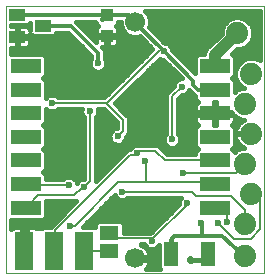
<source format=gbl>
G75*
G70*
%OFA0B0*%
%FSLAX24Y24*%
%IPPOS*%
%LPD*%
%AMOC8*
5,1,8,0,0,1.08239X$1,22.5*
%
%ADD10C,0.0000*%
%ADD11R,0.1000X0.0500*%
%ADD12R,0.0600X0.1300*%
%ADD13C,0.0669*%
%ADD14C,0.0740*%
%ADD15R,0.0472X0.0787*%
%ADD16R,0.0551X0.0394*%
%ADD17R,0.0425X0.0413*%
%ADD18R,0.0630X0.0460*%
%ADD19C,0.0160*%
%ADD20C,0.0120*%
%ADD21C,0.0079*%
%ADD22C,0.0236*%
%ADD23C,0.0080*%
%ADD24C,0.0400*%
%ADD25OC8,0.0236*%
D10*
X000750Y000969D02*
X000750Y009869D01*
X009350Y009869D01*
X009350Y000969D01*
X000750Y000969D01*
D11*
X001400Y003157D03*
X001400Y003944D03*
X001400Y004731D03*
X001400Y005519D03*
X001400Y006306D03*
X001400Y007094D03*
X001400Y007881D03*
X007700Y007881D03*
X007700Y007094D03*
X007700Y006306D03*
X007700Y005519D03*
X007700Y004731D03*
X007700Y003944D03*
X007700Y003157D03*
D12*
X003350Y001719D03*
X002350Y001719D03*
X001350Y001719D03*
D13*
X005050Y001469D03*
X005050Y009343D03*
D14*
X008450Y008969D03*
X008900Y007619D03*
X008700Y006619D03*
X008900Y005619D03*
X008700Y004619D03*
X008900Y003619D03*
X008700Y002619D03*
X008690Y001550D03*
D15*
X007480Y001619D03*
X006220Y001619D03*
D16*
X001117Y008845D03*
X001117Y009593D03*
X001983Y009219D03*
D17*
X004100Y009563D03*
X004100Y008874D03*
D18*
X004180Y002329D03*
X004180Y001729D03*
D19*
X004654Y002328D02*
X004654Y002624D01*
X004561Y002717D01*
X003799Y002717D01*
X003706Y002624D01*
X003706Y002528D01*
X003295Y002528D01*
X004353Y003585D01*
X004374Y003535D01*
X004451Y003457D01*
X004553Y003415D01*
X004663Y003415D01*
X004765Y003457D01*
X004801Y003493D01*
X006563Y003493D01*
X006540Y003471D01*
X006498Y003369D01*
X006498Y003268D01*
X005562Y002331D01*
X005536Y002331D01*
X005530Y002328D01*
X004654Y002328D01*
X004654Y002354D02*
X005585Y002354D01*
X005743Y002512D02*
X004654Y002512D01*
X004607Y002671D02*
X005902Y002671D01*
X006060Y002829D02*
X003597Y002829D01*
X003753Y002671D02*
X003439Y002671D01*
X003756Y002988D02*
X006219Y002988D01*
X006377Y003146D02*
X003914Y003146D01*
X004073Y003305D02*
X006498Y003305D01*
X006538Y003463D02*
X004771Y003463D01*
X004445Y003463D02*
X004231Y003463D01*
X003724Y004030D02*
X003724Y006170D01*
X003760Y006206D01*
X003802Y006308D01*
X003802Y006418D01*
X003792Y006441D01*
X003997Y006441D01*
X004435Y006003D01*
X004435Y005825D01*
X004434Y005825D01*
X004429Y005808D01*
X004402Y005808D01*
X004300Y005766D01*
X004222Y005688D01*
X004180Y005586D01*
X004180Y005476D01*
X004185Y005465D01*
X004179Y005413D01*
X004187Y005404D01*
X004187Y005391D01*
X004237Y005341D01*
X004282Y005285D01*
X004294Y005284D01*
X004303Y005275D01*
X004352Y005275D01*
X004402Y005254D01*
X004512Y005254D01*
X004614Y005296D01*
X004692Y005374D01*
X004734Y005476D01*
X004734Y005527D01*
X004754Y005547D01*
X004801Y005573D01*
X004810Y005603D01*
X004832Y005625D01*
X004832Y005679D01*
X004847Y005731D01*
X004832Y005759D01*
X004832Y006168D01*
X004716Y006284D01*
X004368Y006632D01*
X005862Y008126D01*
X005945Y008092D01*
X005971Y008092D01*
X006592Y007471D01*
X006544Y007471D01*
X006442Y007429D01*
X006364Y007351D01*
X006322Y007249D01*
X006322Y007198D01*
X006073Y006949D01*
X006073Y005623D01*
X006037Y005587D01*
X005994Y005485D01*
X005994Y005375D01*
X006037Y005273D01*
X006114Y005196D01*
X006216Y005153D01*
X006326Y005153D01*
X006428Y005196D01*
X006506Y005273D01*
X006548Y005375D01*
X006548Y005485D01*
X006506Y005587D01*
X006470Y005623D01*
X006470Y006784D01*
X006603Y006917D01*
X006654Y006917D01*
X006756Y006959D01*
X006834Y007037D01*
X006846Y007066D01*
X006886Y007026D01*
X007037Y006875D01*
X007041Y006875D01*
X007041Y006778D01*
X007123Y006696D01*
X007102Y006683D01*
X007073Y006654D01*
X007052Y006618D01*
X007041Y006577D01*
X007041Y006351D01*
X007655Y006351D01*
X007655Y006261D01*
X007745Y006261D01*
X008310Y006261D01*
X008252Y006319D01*
X008239Y006351D01*
X007745Y006351D01*
X007745Y006261D01*
X007745Y005928D01*
X007655Y005928D01*
X007655Y006261D01*
X007041Y006261D01*
X007041Y006035D01*
X007052Y005995D01*
X007073Y005959D01*
X007102Y005929D01*
X007123Y005917D01*
X007041Y005835D01*
X007041Y005203D01*
X007119Y005125D01*
X007041Y005047D01*
X007041Y004944D01*
X006106Y004944D01*
X005916Y005135D01*
X005799Y005251D01*
X005105Y005251D01*
X005099Y005244D01*
X005042Y005244D01*
X004940Y005202D01*
X004862Y005124D01*
X004853Y005101D01*
X004795Y005101D01*
X003724Y004030D01*
X003724Y004097D02*
X003791Y004097D01*
X003724Y004256D02*
X003950Y004256D01*
X004108Y004414D02*
X003724Y004414D01*
X003724Y004573D02*
X004267Y004573D01*
X004425Y004731D02*
X003724Y004731D01*
X003724Y004890D02*
X004584Y004890D01*
X004742Y005048D02*
X003724Y005048D01*
X003724Y005207D02*
X004952Y005207D01*
X004683Y005365D02*
X005998Y005365D01*
X006010Y005524D02*
X004734Y005524D01*
X004833Y005682D02*
X006073Y005682D01*
X006073Y005841D02*
X004832Y005841D01*
X004832Y005999D02*
X006073Y005999D01*
X006073Y006158D02*
X004832Y006158D01*
X004684Y006316D02*
X006073Y006316D01*
X006073Y006475D02*
X004525Y006475D01*
X004370Y006633D02*
X006073Y006633D01*
X006073Y006792D02*
X004528Y006792D01*
X004687Y006950D02*
X006074Y006950D01*
X006233Y007109D02*
X004845Y007109D01*
X005004Y007267D02*
X006330Y007267D01*
X006439Y007426D02*
X005162Y007426D01*
X005321Y007584D02*
X006479Y007584D01*
X006320Y007743D02*
X005479Y007743D01*
X005638Y007901D02*
X006162Y007901D01*
X006003Y008060D02*
X005796Y008060D01*
X005551Y008377D02*
X004019Y008377D01*
X004019Y008410D02*
X003919Y008509D01*
X004077Y008509D01*
X004077Y008851D01*
X004123Y008851D01*
X004123Y008509D01*
X004333Y008509D01*
X004374Y008520D01*
X004410Y008541D01*
X004440Y008570D01*
X004461Y008606D01*
X004471Y008647D01*
X004471Y008851D01*
X004123Y008851D01*
X004123Y008898D01*
X004471Y008898D01*
X004471Y009102D01*
X004461Y009142D01*
X004440Y009179D01*
X004410Y009208D01*
X004396Y009216D01*
X004471Y009291D01*
X004471Y009350D01*
X004557Y009350D01*
X004557Y009245D01*
X004632Y009063D01*
X004771Y008925D01*
X004952Y008850D01*
X005148Y008850D01*
X005192Y008868D01*
X005617Y008443D01*
X004013Y006839D01*
X003997Y006839D01*
X002458Y006839D01*
X002422Y006874D01*
X002320Y006917D01*
X002210Y006917D01*
X002108Y006874D01*
X002059Y006825D01*
X002059Y007409D01*
X001981Y007487D01*
X002059Y007565D01*
X002059Y008197D01*
X001966Y008290D01*
X000909Y008290D01*
X000909Y008489D01*
X001099Y008489D01*
X001099Y008826D01*
X001135Y008826D01*
X001135Y008489D01*
X001413Y008489D01*
X001454Y008500D01*
X001490Y008521D01*
X001520Y008551D01*
X001540Y008587D01*
X001551Y008627D01*
X001551Y008826D01*
X001135Y008826D01*
X001135Y008863D01*
X001099Y008863D01*
X001099Y009200D01*
X000909Y009200D01*
X000909Y009237D01*
X001458Y009237D01*
X001549Y009328D01*
X001549Y009072D01*
X001540Y009103D01*
X001520Y009139D01*
X001490Y009169D01*
X001454Y009190D01*
X001413Y009200D01*
X001135Y009200D01*
X001135Y008863D01*
X001551Y008863D01*
X001551Y008954D01*
X001642Y008863D01*
X002324Y008863D01*
X002417Y008956D01*
X002417Y008991D01*
X002804Y008991D01*
X003581Y008214D01*
X003581Y008142D01*
X003565Y008126D01*
X003523Y008024D01*
X003523Y007914D01*
X003565Y007812D01*
X003643Y007734D01*
X003745Y007692D01*
X003855Y007692D01*
X003957Y007734D01*
X004035Y007812D01*
X004077Y007914D01*
X004077Y008024D01*
X004035Y008126D01*
X004019Y008142D01*
X004019Y008410D01*
X004077Y008535D02*
X004123Y008535D01*
X004123Y008694D02*
X004077Y008694D01*
X004077Y008851D02*
X003729Y008851D01*
X003729Y008685D01*
X003114Y009300D01*
X003064Y009350D01*
X003703Y009350D01*
X003729Y009313D01*
X003729Y009291D01*
X003783Y009237D01*
X003792Y009224D01*
X003796Y009224D01*
X003804Y009216D01*
X003790Y009208D01*
X003760Y009179D01*
X003739Y009142D01*
X003729Y009102D01*
X003729Y008898D01*
X004077Y008898D01*
X004077Y008851D01*
X004077Y008852D02*
X003562Y008852D01*
X003720Y008694D02*
X003729Y008694D01*
X003418Y008377D02*
X000909Y008377D01*
X001099Y008535D02*
X001135Y008535D01*
X001135Y008694D02*
X001099Y008694D01*
X001135Y008852D02*
X002943Y008852D01*
X003101Y008694D02*
X001551Y008694D01*
X001504Y008535D02*
X003260Y008535D01*
X003577Y008218D02*
X002038Y008218D01*
X002059Y008060D02*
X003538Y008060D01*
X003528Y007901D02*
X002059Y007901D01*
X002059Y007743D02*
X003634Y007743D01*
X003966Y007743D02*
X004917Y007743D01*
X005075Y007901D02*
X004072Y007901D01*
X004062Y008060D02*
X005234Y008060D01*
X005392Y008218D02*
X004019Y008218D01*
X004401Y008535D02*
X005524Y008535D01*
X005366Y008694D02*
X004471Y008694D01*
X004471Y009011D02*
X004684Y009011D01*
X004588Y009169D02*
X004445Y009169D01*
X004471Y009328D02*
X004557Y009328D01*
X004206Y009463D02*
X004100Y009569D01*
X004100Y009563D01*
X004094Y009569D01*
X004094Y009524D01*
X004100Y009519D01*
X004074Y009493D01*
X004100Y009563D02*
X003930Y009443D01*
X003718Y009328D02*
X003086Y009328D01*
X003245Y009169D02*
X003755Y009169D01*
X003729Y009011D02*
X003403Y009011D01*
X004123Y008852D02*
X004945Y008852D01*
X005155Y008852D02*
X005207Y008852D01*
X005511Y009167D02*
X005543Y009245D01*
X005543Y009441D01*
X005468Y009622D01*
X005381Y009710D01*
X009191Y009710D01*
X009191Y008071D01*
X009005Y008148D01*
X008795Y008148D01*
X008600Y008067D01*
X008452Y007918D01*
X008371Y007724D01*
X008371Y007514D01*
X008452Y007319D01*
X008600Y007171D01*
X008656Y007148D01*
X008595Y007148D01*
X008400Y007067D01*
X008358Y007025D01*
X008358Y007409D01*
X008280Y007487D01*
X008358Y007565D01*
X008358Y008197D01*
X008265Y008290D01*
X008263Y008290D01*
X008419Y008440D01*
X008555Y008440D01*
X008750Y008521D01*
X008898Y008669D01*
X008979Y008864D01*
X008979Y009074D01*
X008898Y009268D01*
X008750Y009417D01*
X008555Y009498D01*
X008345Y009498D01*
X008150Y009417D01*
X008002Y009268D01*
X007921Y009074D01*
X007921Y008957D01*
X007500Y008551D01*
X007498Y008549D01*
X007449Y008501D01*
X007400Y008453D01*
X007399Y008451D01*
X007397Y008449D01*
X007370Y008385D01*
X007343Y008322D01*
X007343Y008320D01*
X007342Y008317D01*
X007342Y008290D01*
X007134Y008290D01*
X007041Y008197D01*
X007041Y007641D01*
X006277Y008405D01*
X006277Y008424D01*
X006235Y008526D01*
X006157Y008604D01*
X006055Y008646D01*
X006032Y008646D01*
X006012Y008666D01*
X005511Y009167D01*
X005512Y009169D02*
X007961Y009169D01*
X007921Y009011D02*
X005667Y009011D01*
X005826Y008852D02*
X007813Y008852D01*
X007649Y008694D02*
X005984Y008694D01*
X006225Y008535D02*
X007484Y008535D01*
X007367Y008377D02*
X006305Y008377D01*
X006463Y008218D02*
X007062Y008218D01*
X007041Y008060D02*
X006622Y008060D01*
X006780Y007901D02*
X007041Y007901D01*
X007041Y007743D02*
X006939Y007743D01*
X006962Y006950D02*
X006734Y006950D01*
X006478Y006792D02*
X007041Y006792D01*
X007061Y006633D02*
X006470Y006633D01*
X006470Y006475D02*
X007041Y006475D01*
X007041Y006158D02*
X006470Y006158D01*
X006470Y006316D02*
X007655Y006316D01*
X007655Y006351D02*
X007655Y006685D01*
X007745Y006685D01*
X007745Y006351D01*
X007655Y006351D01*
X007745Y006316D02*
X008255Y006316D01*
X008358Y006213D02*
X008400Y006171D01*
X008595Y006090D01*
X008660Y006090D01*
X008623Y006071D01*
X008556Y006022D01*
X008497Y005963D01*
X008448Y005896D01*
X008410Y005822D01*
X008384Y005743D01*
X008371Y005661D01*
X008371Y005639D01*
X008880Y005639D01*
X008880Y005599D01*
X008371Y005599D01*
X008371Y005577D01*
X008384Y005495D01*
X008410Y005416D01*
X008448Y005342D01*
X008497Y005274D01*
X008556Y005216D01*
X008623Y005167D01*
X008660Y005148D01*
X008595Y005148D01*
X008400Y005067D01*
X008358Y005025D01*
X008358Y005047D01*
X008280Y005125D01*
X008358Y005203D01*
X008358Y005835D01*
X008276Y005917D01*
X008297Y005929D01*
X008327Y005959D01*
X008348Y005995D01*
X008358Y006035D01*
X008358Y006213D01*
X008358Y006158D02*
X008431Y006158D01*
X008349Y005999D02*
X008533Y005999D01*
X008420Y005841D02*
X008352Y005841D01*
X008358Y005682D02*
X008375Y005682D01*
X008358Y005524D02*
X008380Y005524D01*
X008358Y005365D02*
X008436Y005365D01*
X008358Y005207D02*
X008568Y005207D01*
X008382Y005048D02*
X008357Y005048D01*
X007745Y005999D02*
X007655Y005999D01*
X007655Y006158D02*
X007745Y006158D01*
X007745Y006475D02*
X007655Y006475D01*
X007655Y006633D02*
X007745Y006633D01*
X008358Y007109D02*
X008501Y007109D01*
X008504Y007267D02*
X008358Y007267D01*
X008342Y007426D02*
X008408Y007426D01*
X008371Y007584D02*
X008358Y007584D01*
X008358Y007743D02*
X008379Y007743D01*
X008358Y007901D02*
X008445Y007901D01*
X008358Y008060D02*
X008593Y008060D01*
X008337Y008218D02*
X009191Y008218D01*
X009191Y008377D02*
X008353Y008377D01*
X008764Y008535D02*
X009191Y008535D01*
X009191Y008694D02*
X008908Y008694D01*
X008974Y008852D02*
X009191Y008852D01*
X009191Y009011D02*
X008979Y009011D01*
X008939Y009169D02*
X009191Y009169D01*
X009191Y009328D02*
X008839Y009328D01*
X008582Y009486D02*
X009191Y009486D01*
X009191Y009645D02*
X005446Y009645D01*
X005525Y009486D02*
X008318Y009486D01*
X008061Y009328D02*
X005543Y009328D01*
X004758Y007584D02*
X002059Y007584D01*
X002043Y007426D02*
X004600Y007426D01*
X004441Y007267D02*
X002059Y007267D01*
X002059Y007109D02*
X004283Y007109D01*
X004124Y006950D02*
X002059Y006950D01*
X002059Y006454D02*
X002108Y006405D01*
X002210Y006363D01*
X002320Y006363D01*
X002422Y006405D01*
X002458Y006441D01*
X003258Y006441D01*
X003248Y006418D01*
X003248Y006308D01*
X003290Y006206D01*
X003326Y006170D01*
X003326Y004127D01*
X003319Y004120D01*
X003268Y004120D01*
X003166Y004078D01*
X003089Y004000D01*
X003087Y003996D01*
X003054Y004075D01*
X002976Y004153D01*
X002874Y004195D01*
X002764Y004195D01*
X002662Y004153D01*
X002627Y004117D01*
X002059Y004117D01*
X002059Y004260D01*
X001981Y004338D01*
X002059Y004416D01*
X002059Y005047D01*
X001981Y005125D01*
X002059Y005203D01*
X002059Y005835D01*
X001981Y005913D01*
X002059Y005991D01*
X002059Y006454D01*
X002059Y006316D02*
X003248Y006316D01*
X003326Y006158D02*
X002059Y006158D01*
X002059Y005999D02*
X003326Y005999D01*
X003326Y005841D02*
X002053Y005841D01*
X002059Y005682D02*
X003326Y005682D01*
X003326Y005524D02*
X002059Y005524D01*
X002059Y005365D02*
X003326Y005365D01*
X003326Y005207D02*
X002059Y005207D01*
X002058Y005048D02*
X003326Y005048D01*
X003326Y004890D02*
X002059Y004890D01*
X002059Y004731D02*
X003326Y004731D01*
X003326Y004573D02*
X002059Y004573D01*
X002058Y004414D02*
X003326Y004414D01*
X003326Y004256D02*
X002059Y004256D01*
X002059Y003365D02*
X003059Y003365D01*
X002221Y002528D01*
X001984Y002528D01*
X001926Y002469D01*
X001916Y002479D01*
X001784Y002479D01*
X001774Y002469D01*
X001747Y002496D01*
X001711Y002517D01*
X001671Y002528D01*
X001420Y002528D01*
X001420Y001789D01*
X001280Y001789D01*
X001280Y002528D01*
X001029Y002528D01*
X000989Y002517D01*
X000953Y002496D01*
X000923Y002466D01*
X000909Y002442D01*
X000909Y002748D01*
X001966Y002748D01*
X002059Y002841D01*
X002059Y003365D01*
X002059Y003305D02*
X002999Y003305D01*
X002840Y003146D02*
X002059Y003146D01*
X002059Y002988D02*
X002682Y002988D01*
X002523Y002829D02*
X002048Y002829D01*
X001969Y002512D02*
X001719Y002512D01*
X001420Y002512D02*
X001280Y002512D01*
X001280Y002354D02*
X001420Y002354D01*
X001420Y002195D02*
X001280Y002195D01*
X001280Y002037D02*
X001420Y002037D01*
X001420Y001878D02*
X001280Y001878D01*
X000981Y002512D02*
X000909Y002512D01*
X000909Y002671D02*
X002365Y002671D01*
X003032Y004097D02*
X003214Y004097D01*
X003724Y005365D02*
X004213Y005365D01*
X004180Y005524D02*
X003724Y005524D01*
X003724Y005682D02*
X004220Y005682D01*
X004435Y005841D02*
X003724Y005841D01*
X003724Y005999D02*
X004435Y005999D01*
X004280Y006158D02*
X003724Y006158D01*
X003802Y006316D02*
X004121Y006316D01*
X005843Y005207D02*
X006103Y005207D01*
X006002Y005048D02*
X007042Y005048D01*
X007041Y005207D02*
X006439Y005207D01*
X006544Y005365D02*
X007041Y005365D01*
X007041Y005524D02*
X006532Y005524D01*
X006470Y005682D02*
X007041Y005682D01*
X007047Y005841D02*
X006470Y005841D01*
X006470Y005999D02*
X007051Y005999D01*
X006220Y002089D02*
X006220Y001619D01*
X005825Y001561D02*
X005535Y001561D01*
X005531Y001584D02*
X005542Y001517D01*
X005098Y001517D01*
X005098Y001421D01*
X005542Y001421D01*
X005531Y001353D01*
X005507Y001280D01*
X005472Y001210D01*
X005426Y001147D01*
X005406Y001128D01*
X005857Y001128D01*
X005825Y001159D01*
X005825Y001897D01*
X005748Y001819D01*
X005646Y001777D01*
X005536Y001777D01*
X005434Y001819D01*
X005356Y001897D01*
X005342Y001931D01*
X005225Y001931D01*
X005239Y001926D01*
X005309Y001891D01*
X005371Y001845D01*
X005426Y001790D01*
X005472Y001727D01*
X005507Y001658D01*
X005531Y001584D01*
X005476Y001720D02*
X005825Y001720D01*
X005825Y001878D02*
X005807Y001878D01*
X005375Y001878D02*
X005326Y001878D01*
X005539Y001403D02*
X005825Y001403D01*
X005825Y001244D02*
X005489Y001244D01*
X006885Y001399D02*
X007435Y001400D01*
X002004Y009115D02*
X002000Y009119D01*
X001549Y009169D02*
X001489Y009169D01*
X001167Y009543D02*
X001117Y009593D01*
X001100Y009569D02*
X001137Y009569D01*
X001135Y009169D02*
X001099Y009169D01*
X001099Y009011D02*
X001135Y009011D01*
D20*
X001137Y009569D02*
X001700Y009569D01*
X004094Y009569D01*
X004100Y009569D02*
X004824Y009569D01*
X005050Y009343D01*
X005050Y009319D01*
X005922Y008447D01*
X006000Y008369D01*
X005994Y008378D02*
X006977Y007396D01*
X006977Y007244D01*
X007128Y007094D01*
X007700Y007094D01*
X003800Y007969D02*
X003800Y008319D01*
X003786Y008319D01*
X002895Y009210D01*
X001992Y009210D01*
X001983Y009219D01*
X007259Y002659D02*
X007259Y002265D01*
X007250Y002219D02*
X007324Y002211D01*
X007338Y002222D02*
X007946Y002222D01*
X008657Y001537D01*
X007514Y001400D02*
X007480Y001619D01*
X007514Y001400D02*
X007435Y001400D01*
X007250Y002219D02*
X006350Y002219D01*
X006220Y002089D01*
D21*
X002004Y009115D02*
X001983Y009219D01*
X001137Y009569D02*
X001137Y009588D01*
X001117Y009593D01*
D22*
X002181Y007646D03*
X002265Y006640D03*
X002342Y005940D03*
X003026Y006235D03*
X003525Y006363D03*
X004457Y005531D03*
X005097Y004967D03*
X005364Y004725D03*
X006271Y005430D03*
X005789Y005933D03*
X005008Y006563D03*
X005815Y006790D03*
X006599Y007194D03*
X006923Y006891D03*
X006545Y006084D03*
X006649Y004322D03*
X006775Y003314D03*
X006147Y003388D03*
X007250Y002659D03*
X007791Y002647D03*
X008110Y002682D03*
X005591Y002054D03*
X004452Y002772D03*
X004608Y003692D03*
X003757Y004925D03*
X003323Y003843D03*
X002819Y003919D03*
X002119Y004421D03*
X001850Y002619D03*
X002870Y002541D03*
X005608Y007772D03*
X006000Y008369D03*
X005356Y008453D03*
X004701Y008730D03*
X003800Y007969D03*
X006717Y008478D03*
X007775Y008965D03*
X007926Y009443D03*
X008430Y009620D03*
X008909Y009469D03*
X009086Y008994D03*
X008925Y008471D03*
X008496Y008295D03*
D23*
X008262Y006312D02*
X007706Y006312D01*
X007700Y006306D01*
X008262Y006312D02*
X008363Y006211D01*
X008363Y006025D01*
X008342Y006025D01*
X008327Y005959D01*
X008363Y006025D02*
X008363Y005607D01*
X008375Y005619D01*
X008900Y005619D01*
X008700Y004619D02*
X008403Y004322D01*
X006649Y004322D01*
X006926Y003692D02*
X007078Y003541D01*
X008161Y003541D01*
X008237Y003541D01*
X008700Y003077D01*
X008700Y002619D01*
X008889Y002115D02*
X008322Y002115D01*
X007791Y002647D01*
X008110Y002682D02*
X008110Y003143D01*
X007720Y003143D01*
X007700Y003157D01*
X007259Y002659D02*
X007250Y002659D01*
X007259Y002265D02*
X007250Y002219D01*
X007324Y002211D02*
X007338Y002222D01*
X006800Y003289D02*
X006775Y003314D01*
X006800Y003289D02*
X005641Y002130D01*
X005515Y002130D01*
X005591Y002054D01*
X005515Y002130D02*
X004911Y002130D01*
X004860Y002130D01*
X004306Y002130D01*
X004306Y002230D01*
X004205Y002331D01*
X004203Y002329D01*
X004180Y002329D01*
X004180Y001729D02*
X003360Y001729D01*
X003350Y001719D01*
X003027Y002541D02*
X002870Y002541D01*
X003027Y002541D02*
X004484Y003997D01*
X005389Y003997D01*
X005389Y004037D01*
X005389Y004706D01*
X005364Y004725D01*
X005115Y004980D02*
X005188Y005052D01*
X005717Y005052D01*
X006024Y004745D01*
X007693Y004745D01*
X007700Y004731D01*
X007653Y003997D02*
X007693Y003958D01*
X007700Y003944D01*
X007633Y003997D01*
X005389Y003997D01*
X004608Y003692D02*
X006926Y003692D01*
X006271Y005430D02*
X006271Y006867D01*
X006599Y007194D01*
X006000Y008369D02*
X005994Y008375D01*
X005994Y008378D01*
X005922Y008447D02*
X005881Y008407D01*
X005862Y008407D01*
X004110Y006655D01*
X004079Y006640D01*
X004633Y006085D01*
X004633Y005707D01*
X004602Y005690D01*
X004385Y005474D01*
X004457Y005531D01*
X004878Y004903D02*
X005015Y004903D01*
X005055Y004942D01*
X005097Y004967D01*
X005114Y004981D01*
X005115Y004980D01*
X005087Y004952D01*
X004878Y004903D02*
X002378Y002403D01*
X002378Y001773D01*
X002350Y001719D01*
X002358Y001733D01*
X002366Y001733D01*
X002366Y001701D01*
X001400Y003157D02*
X001433Y003190D01*
X001807Y003564D01*
X003007Y003564D01*
X003263Y003820D01*
X003323Y003843D01*
X003303Y003820D01*
X003323Y003843D02*
X003525Y004044D01*
X003525Y006363D01*
X004079Y006640D02*
X002265Y006640D01*
X004100Y008874D02*
X004110Y008879D01*
X004077Y008898D01*
X002819Y003919D02*
X001426Y003919D01*
X001400Y003944D01*
X001406Y003163D02*
X001400Y003157D01*
X008657Y001537D02*
X008696Y001517D01*
X008690Y001550D01*
X008889Y002115D02*
X009208Y002434D01*
X009208Y003604D01*
X008925Y003604D01*
X008900Y003619D01*
D24*
X007700Y007881D02*
X007700Y008245D01*
X008450Y008969D01*
D25*
X006885Y001399D03*
M02*

</source>
